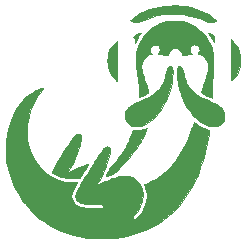
<source format=gtl>
G04 #@! TF.GenerationSoftware,KiCad,Pcbnew,5.1.5+dfsg1-2build2*
G04 #@! TF.CreationDate,2021-04-11T15:19:25-07:00*
G04 #@! TF.ProjectId,back,6261636b-2e6b-4696-9361-645f70636258,rev?*
G04 #@! TF.SameCoordinates,Original*
G04 #@! TF.FileFunction,Copper,L1,Top*
G04 #@! TF.FilePolarity,Positive*
%FSLAX46Y46*%
G04 Gerber Fmt 4.6, Leading zero omitted, Abs format (unit mm)*
G04 Created by KiCad (PCBNEW 5.1.5+dfsg1-2build2) date 2021-04-11 15:19:25*
%MOMM*%
%LPD*%
G04 APERTURE LIST*
%ADD10C,0.010000*%
G04 APERTURE END LIST*
D10*
G36*
X191818848Y-78289872D02*
G01*
X191982766Y-78295700D01*
X192106647Y-78304284D01*
X192566122Y-78364643D01*
X193014353Y-78458037D01*
X193446899Y-78582979D01*
X193859324Y-78737983D01*
X194247188Y-78921561D01*
X194606054Y-79132227D01*
X194634643Y-79151046D01*
X194755704Y-79233989D01*
X194867905Y-79315624D01*
X194966436Y-79392003D01*
X195046485Y-79459172D01*
X195103243Y-79513181D01*
X195131900Y-79550078D01*
X195134066Y-79561298D01*
X195111554Y-79581846D01*
X195060897Y-79610712D01*
X195000512Y-79638415D01*
X194930922Y-79664203D01*
X194864126Y-79680030D01*
X194785816Y-79688119D01*
X194681680Y-79690690D01*
X194663417Y-79690737D01*
X194594594Y-79690757D01*
X194538492Y-79689371D01*
X194488683Y-79684586D01*
X194438739Y-79674407D01*
X194382233Y-79656839D01*
X194312735Y-79629889D01*
X194223819Y-79591560D01*
X194109056Y-79539860D01*
X193964117Y-79473750D01*
X193647935Y-79343478D01*
X193310537Y-79232138D01*
X192946172Y-79138106D01*
X192549087Y-79059755D01*
X192430599Y-79040302D01*
X192286098Y-79022578D01*
X192108430Y-79008782D01*
X191906581Y-78998956D01*
X191689538Y-78993139D01*
X191466288Y-78991373D01*
X191245818Y-78993698D01*
X191037114Y-79000155D01*
X190849164Y-79010785D01*
X190690954Y-79025628D01*
X190641750Y-79032197D01*
X190146199Y-79123444D01*
X189676673Y-79246712D01*
X189234116Y-79401728D01*
X188974675Y-79513207D01*
X188864659Y-79562730D01*
X188758646Y-79608063D01*
X188667117Y-79644882D01*
X188600551Y-79668864D01*
X188588583Y-79672476D01*
X188457403Y-79695367D01*
X188311222Y-79698849D01*
X188172681Y-79682865D01*
X188133500Y-79673587D01*
X188056426Y-79648687D01*
X187979512Y-79617894D01*
X187914831Y-79586668D01*
X187874456Y-79560472D01*
X187868404Y-79553671D01*
X187878366Y-79531661D01*
X187918197Y-79490111D01*
X187982720Y-79433231D01*
X188066762Y-79365231D01*
X188165148Y-79290321D01*
X188272703Y-79212713D01*
X188366333Y-79148527D01*
X188706203Y-78944439D01*
X189078494Y-78763994D01*
X189479677Y-78608479D01*
X189906221Y-78479186D01*
X190354597Y-78377403D01*
X190588833Y-78336767D01*
X190710080Y-78322027D01*
X190864558Y-78309645D01*
X191043224Y-78299813D01*
X191237032Y-78292727D01*
X191436935Y-78288579D01*
X191633889Y-78287563D01*
X191818848Y-78289872D01*
G37*
X191818848Y-78289872D02*
X191982766Y-78295700D01*
X192106647Y-78304284D01*
X192566122Y-78364643D01*
X193014353Y-78458037D01*
X193446899Y-78582979D01*
X193859324Y-78737983D01*
X194247188Y-78921561D01*
X194606054Y-79132227D01*
X194634643Y-79151046D01*
X194755704Y-79233989D01*
X194867905Y-79315624D01*
X194966436Y-79392003D01*
X195046485Y-79459172D01*
X195103243Y-79513181D01*
X195131900Y-79550078D01*
X195134066Y-79561298D01*
X195111554Y-79581846D01*
X195060897Y-79610712D01*
X195000512Y-79638415D01*
X194930922Y-79664203D01*
X194864126Y-79680030D01*
X194785816Y-79688119D01*
X194681680Y-79690690D01*
X194663417Y-79690737D01*
X194594594Y-79690757D01*
X194538492Y-79689371D01*
X194488683Y-79684586D01*
X194438739Y-79674407D01*
X194382233Y-79656839D01*
X194312735Y-79629889D01*
X194223819Y-79591560D01*
X194109056Y-79539860D01*
X193964117Y-79473750D01*
X193647935Y-79343478D01*
X193310537Y-79232138D01*
X192946172Y-79138106D01*
X192549087Y-79059755D01*
X192430599Y-79040302D01*
X192286098Y-79022578D01*
X192108430Y-79008782D01*
X191906581Y-78998956D01*
X191689538Y-78993139D01*
X191466288Y-78991373D01*
X191245818Y-78993698D01*
X191037114Y-79000155D01*
X190849164Y-79010785D01*
X190690954Y-79025628D01*
X190641750Y-79032197D01*
X190146199Y-79123444D01*
X189676673Y-79246712D01*
X189234116Y-79401728D01*
X188974675Y-79513207D01*
X188864659Y-79562730D01*
X188758646Y-79608063D01*
X188667117Y-79644882D01*
X188600551Y-79668864D01*
X188588583Y-79672476D01*
X188457403Y-79695367D01*
X188311222Y-79698849D01*
X188172681Y-79682865D01*
X188133500Y-79673587D01*
X188056426Y-79648687D01*
X187979512Y-79617894D01*
X187914831Y-79586668D01*
X187874456Y-79560472D01*
X187868404Y-79553671D01*
X187878366Y-79531661D01*
X187918197Y-79490111D01*
X187982720Y-79433231D01*
X188066762Y-79365231D01*
X188165148Y-79290321D01*
X188272703Y-79212713D01*
X188366333Y-79148527D01*
X188706203Y-78944439D01*
X189078494Y-78763994D01*
X189479677Y-78608479D01*
X189906221Y-78479186D01*
X190354597Y-78377403D01*
X190588833Y-78336767D01*
X190710080Y-78322027D01*
X190864558Y-78309645D01*
X191043224Y-78299813D01*
X191237032Y-78292727D01*
X191436935Y-78288579D01*
X191633889Y-78287563D01*
X191818848Y-78289872D01*
G36*
X194505622Y-80616085D02*
G01*
X194567628Y-80626483D01*
X194632988Y-80642655D01*
X194689325Y-80662394D01*
X194700823Y-80667765D01*
X194785166Y-80722727D01*
X194866663Y-80796530D01*
X194929500Y-80874213D01*
X194942598Y-80896512D01*
X194960456Y-80941645D01*
X194963957Y-80991430D01*
X194953892Y-81062454D01*
X194951168Y-81076429D01*
X194936130Y-81169433D01*
X194925142Y-81268803D01*
X194922501Y-81308730D01*
X194917417Y-81422543D01*
X194867943Y-81319313D01*
X194817608Y-81222210D01*
X194750849Y-81104341D01*
X194675893Y-80979352D01*
X194600970Y-80860891D01*
X194534307Y-80762604D01*
X194522293Y-80746029D01*
X194480530Y-80687225D01*
X194451246Y-80642050D01*
X194441167Y-80621443D01*
X194459343Y-80613669D01*
X194505622Y-80616085D01*
G37*
X194505622Y-80616085D02*
X194567628Y-80626483D01*
X194632988Y-80642655D01*
X194689325Y-80662394D01*
X194700823Y-80667765D01*
X194785166Y-80722727D01*
X194866663Y-80796530D01*
X194929500Y-80874213D01*
X194942598Y-80896512D01*
X194960456Y-80941645D01*
X194963957Y-80991430D01*
X194953892Y-81062454D01*
X194951168Y-81076429D01*
X194936130Y-81169433D01*
X194925142Y-81268803D01*
X194922501Y-81308730D01*
X194917417Y-81422543D01*
X194867943Y-81319313D01*
X194817608Y-81222210D01*
X194750849Y-81104341D01*
X194675893Y-80979352D01*
X194600970Y-80860891D01*
X194534307Y-80762604D01*
X194522293Y-80746029D01*
X194480530Y-80687225D01*
X194451246Y-80642050D01*
X194441167Y-80621443D01*
X194459343Y-80613669D01*
X194505622Y-80616085D01*
G36*
X188685755Y-80616506D02*
G01*
X188722178Y-80630559D01*
X188723228Y-80659544D01*
X188692183Y-80708011D01*
X188685449Y-80716626D01*
X188623476Y-80801929D01*
X188550979Y-80912611D01*
X188475704Y-81035866D01*
X188405399Y-81158885D01*
X188347810Y-81268860D01*
X188334155Y-81297430D01*
X188266943Y-81442277D01*
X188253367Y-81308013D01*
X188220695Y-81156571D01*
X188177915Y-81052660D01*
X188116038Y-80931570D01*
X188175803Y-80849067D01*
X188271524Y-80747225D01*
X188388723Y-80670096D01*
X188516229Y-80623748D01*
X188610680Y-80612833D01*
X188685755Y-80616506D01*
G37*
X188685755Y-80616506D02*
X188722178Y-80630559D01*
X188723228Y-80659544D01*
X188692183Y-80708011D01*
X188685449Y-80716626D01*
X188623476Y-80801929D01*
X188550979Y-80912611D01*
X188475704Y-81035866D01*
X188405399Y-81158885D01*
X188347810Y-81268860D01*
X188334155Y-81297430D01*
X188266943Y-81442277D01*
X188253367Y-81308013D01*
X188220695Y-81156571D01*
X188177915Y-81052660D01*
X188116038Y-80931570D01*
X188175803Y-80849067D01*
X188271524Y-80747225D01*
X188388723Y-80670096D01*
X188516229Y-80623748D01*
X188610680Y-80612833D01*
X188685755Y-80616506D01*
G36*
X196436125Y-81208710D02*
G01*
X196593546Y-81342089D01*
X196740166Y-81510478D01*
X196871625Y-81707050D01*
X196983566Y-81924974D01*
X197071629Y-82157423D01*
X197096768Y-82243799D01*
X197155020Y-82527464D01*
X197180701Y-82815181D01*
X197174982Y-83101957D01*
X197139029Y-83382801D01*
X197074012Y-83652721D01*
X196981099Y-83906723D01*
X196861459Y-84139817D01*
X196716261Y-84347009D01*
X196567549Y-84504609D01*
X196504121Y-84560643D01*
X196448004Y-84606825D01*
X196410271Y-84634087D01*
X196407517Y-84635650D01*
X196400334Y-84638569D01*
X196394062Y-84637360D01*
X196388640Y-84629370D01*
X196384005Y-84611945D01*
X196380095Y-84582433D01*
X196376850Y-84538180D01*
X196374207Y-84476534D01*
X196372104Y-84394842D01*
X196370480Y-84290450D01*
X196369274Y-84160706D01*
X196368422Y-84002956D01*
X196367865Y-83814548D01*
X196367539Y-83592828D01*
X196367383Y-83335144D01*
X196367336Y-83038842D01*
X196367333Y-82908720D01*
X196367333Y-81160284D01*
X196436125Y-81208710D01*
G37*
X196436125Y-81208710D02*
X196593546Y-81342089D01*
X196740166Y-81510478D01*
X196871625Y-81707050D01*
X196983566Y-81924974D01*
X197071629Y-82157423D01*
X197096768Y-82243799D01*
X197155020Y-82527464D01*
X197180701Y-82815181D01*
X197174982Y-83101957D01*
X197139029Y-83382801D01*
X197074012Y-83652721D01*
X196981099Y-83906723D01*
X196861459Y-84139817D01*
X196716261Y-84347009D01*
X196567549Y-84504609D01*
X196504121Y-84560643D01*
X196448004Y-84606825D01*
X196410271Y-84634087D01*
X196407517Y-84635650D01*
X196400334Y-84638569D01*
X196394062Y-84637360D01*
X196388640Y-84629370D01*
X196384005Y-84611945D01*
X196380095Y-84582433D01*
X196376850Y-84538180D01*
X196374207Y-84476534D01*
X196372104Y-84394842D01*
X196370480Y-84290450D01*
X196369274Y-84160706D01*
X196368422Y-84002956D01*
X196367865Y-83814548D01*
X196367539Y-83592828D01*
X196367383Y-83335144D01*
X196367336Y-83038842D01*
X196367333Y-82908720D01*
X196367333Y-81160284D01*
X196436125Y-81208710D01*
G36*
X186757667Y-82992886D02*
G01*
X186757563Y-83259115D01*
X186757262Y-83512799D01*
X186756779Y-83750799D01*
X186756131Y-83969979D01*
X186755334Y-84167199D01*
X186754402Y-84339322D01*
X186753352Y-84483210D01*
X186752200Y-84595725D01*
X186750961Y-84673730D01*
X186749651Y-84714086D01*
X186748984Y-84719167D01*
X186729162Y-84707078D01*
X186686262Y-84675616D01*
X186637859Y-84638095D01*
X186449181Y-84462474D01*
X186288228Y-84258897D01*
X186155529Y-84031852D01*
X186051616Y-83785827D01*
X185977019Y-83525312D01*
X185932269Y-83254794D01*
X185917896Y-82978761D01*
X185934432Y-82701702D01*
X185982407Y-82428105D01*
X186062352Y-82162459D01*
X186174797Y-81909251D01*
X186292033Y-81713451D01*
X186363034Y-81619032D01*
X186448281Y-81521042D01*
X186538215Y-81429259D01*
X186623277Y-81353462D01*
X186691430Y-81304845D01*
X186757667Y-81266606D01*
X186757667Y-82992886D01*
G37*
X186757667Y-82992886D02*
X186757563Y-83259115D01*
X186757262Y-83512799D01*
X186756779Y-83750799D01*
X186756131Y-83969979D01*
X186755334Y-84167199D01*
X186754402Y-84339322D01*
X186753352Y-84483210D01*
X186752200Y-84595725D01*
X186750961Y-84673730D01*
X186749651Y-84714086D01*
X186748984Y-84719167D01*
X186729162Y-84707078D01*
X186686262Y-84675616D01*
X186637859Y-84638095D01*
X186449181Y-84462474D01*
X186288228Y-84258897D01*
X186155529Y-84031852D01*
X186051616Y-83785827D01*
X185977019Y-83525312D01*
X185932269Y-83254794D01*
X185917896Y-82978761D01*
X185934432Y-82701702D01*
X185982407Y-82428105D01*
X186062352Y-82162459D01*
X186174797Y-81909251D01*
X186292033Y-81713451D01*
X186363034Y-81619032D01*
X186448281Y-81521042D01*
X186538215Y-81429259D01*
X186623277Y-81353462D01*
X186691430Y-81304845D01*
X186757667Y-81266606D01*
X186757667Y-82992886D01*
G36*
X191867702Y-79577146D02*
G01*
X192095353Y-79600180D01*
X192313891Y-79641457D01*
X192538837Y-79703398D01*
X192601892Y-79723716D01*
X192909693Y-79840850D01*
X193191085Y-79981387D01*
X193454124Y-80150344D01*
X193706869Y-80352739D01*
X193892117Y-80527096D01*
X194144699Y-80804355D01*
X194358061Y-81092807D01*
X194534574Y-81395758D01*
X194576327Y-81480691D01*
X194669906Y-81692903D01*
X194746741Y-81901256D01*
X194807460Y-82111055D01*
X194852689Y-82327605D01*
X194883058Y-82556210D01*
X194899191Y-82802176D01*
X194901718Y-83070807D01*
X194891266Y-83367408D01*
X194868461Y-83697284D01*
X194855712Y-83843103D01*
X194834131Y-84094576D01*
X194818391Y-84321265D01*
X194807703Y-84539593D01*
X194801279Y-84765982D01*
X194798327Y-85016854D01*
X194798215Y-85039020D01*
X194796984Y-85209141D01*
X194794952Y-85378624D01*
X194792279Y-85538988D01*
X194789128Y-85681748D01*
X194785658Y-85798423D01*
X194782340Y-85875126D01*
X194769250Y-86110336D01*
X194695167Y-86077357D01*
X194586762Y-86028130D01*
X194466334Y-85971844D01*
X194341703Y-85912325D01*
X194220691Y-85853398D01*
X194111118Y-85798891D01*
X194020807Y-85752628D01*
X193957579Y-85718435D01*
X193939825Y-85707866D01*
X193851234Y-85651695D01*
X193901589Y-85465889D01*
X193924820Y-85382371D01*
X193948907Y-85301268D01*
X193976128Y-85215895D01*
X194008764Y-85119571D01*
X194049096Y-85005613D01*
X194099403Y-84867337D01*
X194161965Y-84698061D01*
X194181661Y-84645083D01*
X194289839Y-84335103D01*
X194371638Y-84055593D01*
X194426993Y-83803863D01*
X194455840Y-83577223D01*
X194458115Y-83372984D01*
X194433753Y-83188455D01*
X194382691Y-83020946D01*
X194304864Y-82867768D01*
X194200209Y-82726231D01*
X194134247Y-82655420D01*
X194019041Y-82554951D01*
X193893779Y-82470835D01*
X193769586Y-82409596D01*
X193661997Y-82378434D01*
X193607697Y-82367792D01*
X193576373Y-82357860D01*
X193573333Y-82354966D01*
X193584742Y-82333698D01*
X193613144Y-82292214D01*
X193623327Y-82278296D01*
X193691291Y-82156435D01*
X193717916Y-82032655D01*
X193703464Y-81910931D01*
X193648200Y-81795239D01*
X193586408Y-81721004D01*
X193483982Y-81642175D01*
X193377319Y-81600699D01*
X193270707Y-81592460D01*
X193168440Y-81613347D01*
X193074808Y-81659245D01*
X192994101Y-81726042D01*
X192930612Y-81809624D01*
X192888631Y-81905877D01*
X192872449Y-82010689D01*
X192886358Y-82119946D01*
X192934649Y-82229534D01*
X192985100Y-82297399D01*
X193020824Y-82340096D01*
X193039125Y-82366037D01*
X193039478Y-82369667D01*
X193006166Y-82373621D01*
X192940148Y-82384375D01*
X192850197Y-82400262D01*
X192745086Y-82419619D01*
X192633588Y-82440780D01*
X192524475Y-82462080D01*
X192426520Y-82481855D01*
X192348496Y-82498438D01*
X192299176Y-82510166D01*
X192299147Y-82510174D01*
X192272025Y-82505789D01*
X192251158Y-82470242D01*
X192240660Y-82436237D01*
X192204642Y-82347020D01*
X192144743Y-82245535D01*
X192068539Y-82140922D01*
X191983606Y-82042322D01*
X191897520Y-81958874D01*
X191817858Y-81899720D01*
X191780673Y-81881283D01*
X191685045Y-81860386D01*
X191580693Y-81861585D01*
X191486362Y-81883743D01*
X191450409Y-81901326D01*
X191387656Y-81948945D01*
X191310694Y-82020043D01*
X191229983Y-82103699D01*
X191155986Y-82188989D01*
X191099163Y-82264992D01*
X191093081Y-82274417D01*
X191053155Y-82346762D01*
X191019678Y-82422036D01*
X191013296Y-82439909D01*
X190989819Y-82493646D01*
X190964931Y-82510436D01*
X190954367Y-82508305D01*
X190924531Y-82500940D01*
X190861608Y-82487902D01*
X190774218Y-82470782D01*
X190670980Y-82451167D01*
X190560511Y-82430650D01*
X190451432Y-82410818D01*
X190352362Y-82393263D01*
X190271919Y-82379574D01*
X190218722Y-82371340D01*
X190202753Y-82369667D01*
X190202886Y-82355840D01*
X190226361Y-82320715D01*
X190245733Y-82297399D01*
X190316692Y-82188186D01*
X190350537Y-82070970D01*
X190349766Y-81952683D01*
X190316877Y-81840253D01*
X190254368Y-81740611D01*
X190164737Y-81660686D01*
X190050481Y-81607410D01*
X189992197Y-81594056D01*
X189877750Y-81595230D01*
X189768512Y-81631618D01*
X189671043Y-81696597D01*
X189591902Y-81783548D01*
X189537649Y-81885849D01*
X189514844Y-81996879D01*
X189520008Y-82070680D01*
X189557579Y-82189131D01*
X189619137Y-82294398D01*
X189639807Y-82319177D01*
X189680663Y-82363937D01*
X189591001Y-82378274D01*
X189460115Y-82417352D01*
X189324053Y-82489986D01*
X189190902Y-82589528D01*
X189068749Y-82709333D01*
X188965680Y-82842754D01*
X188910961Y-82937186D01*
X188849729Y-83076523D01*
X188811859Y-83209138D01*
X188794602Y-83349666D01*
X188795212Y-83512741D01*
X188796934Y-83544417D01*
X188809933Y-83688083D01*
X188832644Y-83834878D01*
X188866726Y-83991224D01*
X188913840Y-84163540D01*
X188975647Y-84358246D01*
X189053806Y-84581763D01*
X189092517Y-84687417D01*
X189174172Y-84911878D01*
X189244161Y-85112680D01*
X189301479Y-85286674D01*
X189345121Y-85430710D01*
X189374081Y-85541640D01*
X189386478Y-85608167D01*
X189386195Y-85627222D01*
X189377272Y-85645837D01*
X189355003Y-85667068D01*
X189314681Y-85693966D01*
X189251602Y-85729585D01*
X189161058Y-85776980D01*
X189038345Y-85839203D01*
X189003201Y-85856875D01*
X188884754Y-85915843D01*
X188778545Y-85967697D01*
X188690576Y-86009589D01*
X188626849Y-86038671D01*
X188593367Y-86052097D01*
X188590451Y-86052674D01*
X188582228Y-86036420D01*
X188576602Y-85986276D01*
X188573500Y-85900181D01*
X188572852Y-85776072D01*
X188574587Y-85611888D01*
X188574779Y-85599881D01*
X188576434Y-85377807D01*
X188573110Y-85178006D01*
X188563920Y-84989461D01*
X188547983Y-84801151D01*
X188524414Y-84602059D01*
X188492330Y-84381167D01*
X188462003Y-84193702D01*
X188408545Y-83856928D01*
X188367067Y-83557672D01*
X188337309Y-83292926D01*
X188319012Y-83059682D01*
X188311916Y-82854933D01*
X188315763Y-82675671D01*
X188322990Y-82581333D01*
X188361866Y-82288636D01*
X188419321Y-82021368D01*
X188499377Y-81765211D01*
X188606056Y-81505841D01*
X188652890Y-81406583D01*
X188821359Y-81105916D01*
X189024592Y-80821609D01*
X189257995Y-80557929D01*
X189516973Y-80319140D01*
X189796932Y-80109511D01*
X190093278Y-79933306D01*
X190379677Y-79803126D01*
X190646730Y-79708657D01*
X190897566Y-79640859D01*
X191146461Y-79597037D01*
X191407692Y-79574498D01*
X191615417Y-79569936D01*
X191867702Y-79577146D01*
G37*
X191867702Y-79577146D02*
X192095353Y-79600180D01*
X192313891Y-79641457D01*
X192538837Y-79703398D01*
X192601892Y-79723716D01*
X192909693Y-79840850D01*
X193191085Y-79981387D01*
X193454124Y-80150344D01*
X193706869Y-80352739D01*
X193892117Y-80527096D01*
X194144699Y-80804355D01*
X194358061Y-81092807D01*
X194534574Y-81395758D01*
X194576327Y-81480691D01*
X194669906Y-81692903D01*
X194746741Y-81901256D01*
X194807460Y-82111055D01*
X194852689Y-82327605D01*
X194883058Y-82556210D01*
X194899191Y-82802176D01*
X194901718Y-83070807D01*
X194891266Y-83367408D01*
X194868461Y-83697284D01*
X194855712Y-83843103D01*
X194834131Y-84094576D01*
X194818391Y-84321265D01*
X194807703Y-84539593D01*
X194801279Y-84765982D01*
X194798327Y-85016854D01*
X194798215Y-85039020D01*
X194796984Y-85209141D01*
X194794952Y-85378624D01*
X194792279Y-85538988D01*
X194789128Y-85681748D01*
X194785658Y-85798423D01*
X194782340Y-85875126D01*
X194769250Y-86110336D01*
X194695167Y-86077357D01*
X194586762Y-86028130D01*
X194466334Y-85971844D01*
X194341703Y-85912325D01*
X194220691Y-85853398D01*
X194111118Y-85798891D01*
X194020807Y-85752628D01*
X193957579Y-85718435D01*
X193939825Y-85707866D01*
X193851234Y-85651695D01*
X193901589Y-85465889D01*
X193924820Y-85382371D01*
X193948907Y-85301268D01*
X193976128Y-85215895D01*
X194008764Y-85119571D01*
X194049096Y-85005613D01*
X194099403Y-84867337D01*
X194161965Y-84698061D01*
X194181661Y-84645083D01*
X194289839Y-84335103D01*
X194371638Y-84055593D01*
X194426993Y-83803863D01*
X194455840Y-83577223D01*
X194458115Y-83372984D01*
X194433753Y-83188455D01*
X194382691Y-83020946D01*
X194304864Y-82867768D01*
X194200209Y-82726231D01*
X194134247Y-82655420D01*
X194019041Y-82554951D01*
X193893779Y-82470835D01*
X193769586Y-82409596D01*
X193661997Y-82378434D01*
X193607697Y-82367792D01*
X193576373Y-82357860D01*
X193573333Y-82354966D01*
X193584742Y-82333698D01*
X193613144Y-82292214D01*
X193623327Y-82278296D01*
X193691291Y-82156435D01*
X193717916Y-82032655D01*
X193703464Y-81910931D01*
X193648200Y-81795239D01*
X193586408Y-81721004D01*
X193483982Y-81642175D01*
X193377319Y-81600699D01*
X193270707Y-81592460D01*
X193168440Y-81613347D01*
X193074808Y-81659245D01*
X192994101Y-81726042D01*
X192930612Y-81809624D01*
X192888631Y-81905877D01*
X192872449Y-82010689D01*
X192886358Y-82119946D01*
X192934649Y-82229534D01*
X192985100Y-82297399D01*
X193020824Y-82340096D01*
X193039125Y-82366037D01*
X193039478Y-82369667D01*
X193006166Y-82373621D01*
X192940148Y-82384375D01*
X192850197Y-82400262D01*
X192745086Y-82419619D01*
X192633588Y-82440780D01*
X192524475Y-82462080D01*
X192426520Y-82481855D01*
X192348496Y-82498438D01*
X192299176Y-82510166D01*
X192299147Y-82510174D01*
X192272025Y-82505789D01*
X192251158Y-82470242D01*
X192240660Y-82436237D01*
X192204642Y-82347020D01*
X192144743Y-82245535D01*
X192068539Y-82140922D01*
X191983606Y-82042322D01*
X191897520Y-81958874D01*
X191817858Y-81899720D01*
X191780673Y-81881283D01*
X191685045Y-81860386D01*
X191580693Y-81861585D01*
X191486362Y-81883743D01*
X191450409Y-81901326D01*
X191387656Y-81948945D01*
X191310694Y-82020043D01*
X191229983Y-82103699D01*
X191155986Y-82188989D01*
X191099163Y-82264992D01*
X191093081Y-82274417D01*
X191053155Y-82346762D01*
X191019678Y-82422036D01*
X191013296Y-82439909D01*
X190989819Y-82493646D01*
X190964931Y-82510436D01*
X190954367Y-82508305D01*
X190924531Y-82500940D01*
X190861608Y-82487902D01*
X190774218Y-82470782D01*
X190670980Y-82451167D01*
X190560511Y-82430650D01*
X190451432Y-82410818D01*
X190352362Y-82393263D01*
X190271919Y-82379574D01*
X190218722Y-82371340D01*
X190202753Y-82369667D01*
X190202886Y-82355840D01*
X190226361Y-82320715D01*
X190245733Y-82297399D01*
X190316692Y-82188186D01*
X190350537Y-82070970D01*
X190349766Y-81952683D01*
X190316877Y-81840253D01*
X190254368Y-81740611D01*
X190164737Y-81660686D01*
X190050481Y-81607410D01*
X189992197Y-81594056D01*
X189877750Y-81595230D01*
X189768512Y-81631618D01*
X189671043Y-81696597D01*
X189591902Y-81783548D01*
X189537649Y-81885849D01*
X189514844Y-81996879D01*
X189520008Y-82070680D01*
X189557579Y-82189131D01*
X189619137Y-82294398D01*
X189639807Y-82319177D01*
X189680663Y-82363937D01*
X189591001Y-82378274D01*
X189460115Y-82417352D01*
X189324053Y-82489986D01*
X189190902Y-82589528D01*
X189068749Y-82709333D01*
X188965680Y-82842754D01*
X188910961Y-82937186D01*
X188849729Y-83076523D01*
X188811859Y-83209138D01*
X188794602Y-83349666D01*
X188795212Y-83512741D01*
X188796934Y-83544417D01*
X188809933Y-83688083D01*
X188832644Y-83834878D01*
X188866726Y-83991224D01*
X188913840Y-84163540D01*
X188975647Y-84358246D01*
X189053806Y-84581763D01*
X189092517Y-84687417D01*
X189174172Y-84911878D01*
X189244161Y-85112680D01*
X189301479Y-85286674D01*
X189345121Y-85430710D01*
X189374081Y-85541640D01*
X189386478Y-85608167D01*
X189386195Y-85627222D01*
X189377272Y-85645837D01*
X189355003Y-85667068D01*
X189314681Y-85693966D01*
X189251602Y-85729585D01*
X189161058Y-85776980D01*
X189038345Y-85839203D01*
X189003201Y-85856875D01*
X188884754Y-85915843D01*
X188778545Y-85967697D01*
X188690576Y-86009589D01*
X188626849Y-86038671D01*
X188593367Y-86052097D01*
X188590451Y-86052674D01*
X188582228Y-86036420D01*
X188576602Y-85986276D01*
X188573500Y-85900181D01*
X188572852Y-85776072D01*
X188574587Y-85611888D01*
X188574779Y-85599881D01*
X188576434Y-85377807D01*
X188573110Y-85178006D01*
X188563920Y-84989461D01*
X188547983Y-84801151D01*
X188524414Y-84602059D01*
X188492330Y-84381167D01*
X188462003Y-84193702D01*
X188408545Y-83856928D01*
X188367067Y-83557672D01*
X188337309Y-83292926D01*
X188319012Y-83059682D01*
X188311916Y-82854933D01*
X188315763Y-82675671D01*
X188322990Y-82581333D01*
X188361866Y-82288636D01*
X188419321Y-82021368D01*
X188499377Y-81765211D01*
X188606056Y-81505841D01*
X188652890Y-81406583D01*
X188821359Y-81105916D01*
X189024592Y-80821609D01*
X189257995Y-80557929D01*
X189516973Y-80319140D01*
X189796932Y-80109511D01*
X190093278Y-79933306D01*
X190379677Y-79803126D01*
X190646730Y-79708657D01*
X190897566Y-79640859D01*
X191146461Y-79597037D01*
X191407692Y-79574498D01*
X191615417Y-79569936D01*
X191867702Y-79577146D01*
G36*
X192045220Y-83418891D02*
G01*
X192124687Y-83466490D01*
X192207725Y-83556054D01*
X192228475Y-83584162D01*
X192276696Y-83664049D01*
X192319763Y-83762901D01*
X192359445Y-83886340D01*
X192397513Y-84039986D01*
X192435736Y-84229461D01*
X192441479Y-84260698D01*
X192485603Y-84471454D01*
X192537149Y-84651386D01*
X192600397Y-84811890D01*
X192679626Y-84964357D01*
X192745636Y-85070507D01*
X192885783Y-85262321D01*
X193047073Y-85442797D01*
X193232396Y-85613941D01*
X193444646Y-85777758D01*
X193686716Y-85936252D01*
X193961496Y-86091429D01*
X194271881Y-86245293D01*
X194620761Y-86399850D01*
X194726917Y-86444007D01*
X194898541Y-86515755D01*
X195037083Y-86577242D01*
X195149336Y-86632420D01*
X195242096Y-86685240D01*
X195322155Y-86739654D01*
X195396308Y-86799612D01*
X195471350Y-86869066D01*
X195491107Y-86888437D01*
X195585813Y-86987265D01*
X195656441Y-87074921D01*
X195713228Y-87165025D01*
X195745107Y-87226319D01*
X195780541Y-87300102D01*
X195804021Y-87357371D01*
X195818006Y-87410432D01*
X195824955Y-87471592D01*
X195827328Y-87553159D01*
X195827583Y-87639069D01*
X195826811Y-87747451D01*
X195823207Y-87825044D01*
X195814841Y-87883383D01*
X195799780Y-87934005D01*
X195776094Y-87988443D01*
X195765383Y-88010583D01*
X195666278Y-88166094D01*
X195535543Y-88297575D01*
X195379156Y-88400434D01*
X195203094Y-88470079D01*
X195150250Y-88483184D01*
X194951633Y-88512293D01*
X194753686Y-88515892D01*
X194655537Y-88507029D01*
X194410524Y-88453476D01*
X194163254Y-88359605D01*
X193915965Y-88227193D01*
X193670895Y-88058016D01*
X193430282Y-87853850D01*
X193196363Y-87616472D01*
X192971376Y-87347657D01*
X192757560Y-87049183D01*
X192692743Y-86949089D01*
X192610861Y-86810879D01*
X192520452Y-86643611D01*
X192426798Y-86458245D01*
X192335179Y-86265741D01*
X192250878Y-86077059D01*
X192179177Y-85903158D01*
X192145472Y-85813465D01*
X191998797Y-85345369D01*
X191891491Y-84870341D01*
X191824495Y-84393179D01*
X191802134Y-84061783D01*
X191797860Y-83884395D01*
X191800168Y-83743991D01*
X191809814Y-83635627D01*
X191827551Y-83554357D01*
X191854135Y-83495234D01*
X191890318Y-83453315D01*
X191895586Y-83449013D01*
X191968971Y-83413113D01*
X192045220Y-83418891D01*
G37*
X192045220Y-83418891D02*
X192124687Y-83466490D01*
X192207725Y-83556054D01*
X192228475Y-83584162D01*
X192276696Y-83664049D01*
X192319763Y-83762901D01*
X192359445Y-83886340D01*
X192397513Y-84039986D01*
X192435736Y-84229461D01*
X192441479Y-84260698D01*
X192485603Y-84471454D01*
X192537149Y-84651386D01*
X192600397Y-84811890D01*
X192679626Y-84964357D01*
X192745636Y-85070507D01*
X192885783Y-85262321D01*
X193047073Y-85442797D01*
X193232396Y-85613941D01*
X193444646Y-85777758D01*
X193686716Y-85936252D01*
X193961496Y-86091429D01*
X194271881Y-86245293D01*
X194620761Y-86399850D01*
X194726917Y-86444007D01*
X194898541Y-86515755D01*
X195037083Y-86577242D01*
X195149336Y-86632420D01*
X195242096Y-86685240D01*
X195322155Y-86739654D01*
X195396308Y-86799612D01*
X195471350Y-86869066D01*
X195491107Y-86888437D01*
X195585813Y-86987265D01*
X195656441Y-87074921D01*
X195713228Y-87165025D01*
X195745107Y-87226319D01*
X195780541Y-87300102D01*
X195804021Y-87357371D01*
X195818006Y-87410432D01*
X195824955Y-87471592D01*
X195827328Y-87553159D01*
X195827583Y-87639069D01*
X195826811Y-87747451D01*
X195823207Y-87825044D01*
X195814841Y-87883383D01*
X195799780Y-87934005D01*
X195776094Y-87988443D01*
X195765383Y-88010583D01*
X195666278Y-88166094D01*
X195535543Y-88297575D01*
X195379156Y-88400434D01*
X195203094Y-88470079D01*
X195150250Y-88483184D01*
X194951633Y-88512293D01*
X194753686Y-88515892D01*
X194655537Y-88507029D01*
X194410524Y-88453476D01*
X194163254Y-88359605D01*
X193915965Y-88227193D01*
X193670895Y-88058016D01*
X193430282Y-87853850D01*
X193196363Y-87616472D01*
X192971376Y-87347657D01*
X192757560Y-87049183D01*
X192692743Y-86949089D01*
X192610861Y-86810879D01*
X192520452Y-86643611D01*
X192426798Y-86458245D01*
X192335179Y-86265741D01*
X192250878Y-86077059D01*
X192179177Y-85903158D01*
X192145472Y-85813465D01*
X191998797Y-85345369D01*
X191891491Y-84870341D01*
X191824495Y-84393179D01*
X191802134Y-84061783D01*
X191797860Y-83884395D01*
X191800168Y-83743991D01*
X191809814Y-83635627D01*
X191827551Y-83554357D01*
X191854135Y-83495234D01*
X191890318Y-83453315D01*
X191895586Y-83449013D01*
X191968971Y-83413113D01*
X192045220Y-83418891D01*
G36*
X191315195Y-83435072D02*
G01*
X191334563Y-83448475D01*
X191372089Y-83486707D01*
X191399514Y-83537956D01*
X191418183Y-83608580D01*
X191429439Y-83704935D01*
X191434625Y-83833378D01*
X191435382Y-83925546D01*
X191416129Y-84351428D01*
X191359285Y-84786437D01*
X191266762Y-85224482D01*
X191140470Y-85659468D01*
X190982321Y-86085304D01*
X190794225Y-86495895D01*
X190578096Y-86885149D01*
X190439507Y-87100417D01*
X190224006Y-87394303D01*
X189999214Y-87656924D01*
X189767075Y-87887062D01*
X189529532Y-88083495D01*
X189288527Y-88245003D01*
X189046005Y-88370368D01*
X188803908Y-88458368D01*
X188564179Y-88507785D01*
X188328762Y-88517397D01*
X188201789Y-88505271D01*
X187996152Y-88457677D01*
X187817381Y-88380066D01*
X187667444Y-88274433D01*
X187548311Y-88142773D01*
X187461948Y-87987079D01*
X187410325Y-87809347D01*
X187396655Y-87689455D01*
X187404516Y-87494410D01*
X187450303Y-87311008D01*
X187535364Y-87135857D01*
X187661045Y-86965565D01*
X187702111Y-86919987D01*
X187780014Y-86843682D01*
X187867438Y-86772974D01*
X187970026Y-86704553D01*
X188093423Y-86635110D01*
X188243273Y-86561334D01*
X188425218Y-86479916D01*
X188525083Y-86437370D01*
X188866025Y-86288445D01*
X189168532Y-86144140D01*
X189435934Y-86002156D01*
X189671560Y-85860193D01*
X189878739Y-85715953D01*
X190060802Y-85567135D01*
X190221077Y-85411442D01*
X190362894Y-85246572D01*
X190476737Y-85089583D01*
X190547839Y-84979124D01*
X190605871Y-84877079D01*
X190653873Y-84775190D01*
X190694887Y-84665199D01*
X190731955Y-84538845D01*
X190768118Y-84387871D01*
X190806418Y-84204018D01*
X190810545Y-84183193D01*
X190852258Y-83990395D01*
X190894745Y-83834306D01*
X190940209Y-83709322D01*
X190990854Y-83609842D01*
X191048881Y-83530265D01*
X191080300Y-83497204D01*
X191163864Y-83434768D01*
X191242308Y-83414029D01*
X191315195Y-83435072D01*
G37*
X191315195Y-83435072D02*
X191334563Y-83448475D01*
X191372089Y-83486707D01*
X191399514Y-83537956D01*
X191418183Y-83608580D01*
X191429439Y-83704935D01*
X191434625Y-83833378D01*
X191435382Y-83925546D01*
X191416129Y-84351428D01*
X191359285Y-84786437D01*
X191266762Y-85224482D01*
X191140470Y-85659468D01*
X190982321Y-86085304D01*
X190794225Y-86495895D01*
X190578096Y-86885149D01*
X190439507Y-87100417D01*
X190224006Y-87394303D01*
X189999214Y-87656924D01*
X189767075Y-87887062D01*
X189529532Y-88083495D01*
X189288527Y-88245003D01*
X189046005Y-88370368D01*
X188803908Y-88458368D01*
X188564179Y-88507785D01*
X188328762Y-88517397D01*
X188201789Y-88505271D01*
X187996152Y-88457677D01*
X187817381Y-88380066D01*
X187667444Y-88274433D01*
X187548311Y-88142773D01*
X187461948Y-87987079D01*
X187410325Y-87809347D01*
X187396655Y-87689455D01*
X187404516Y-87494410D01*
X187450303Y-87311008D01*
X187535364Y-87135857D01*
X187661045Y-86965565D01*
X187702111Y-86919987D01*
X187780014Y-86843682D01*
X187867438Y-86772974D01*
X187970026Y-86704553D01*
X188093423Y-86635110D01*
X188243273Y-86561334D01*
X188425218Y-86479916D01*
X188525083Y-86437370D01*
X188866025Y-86288445D01*
X189168532Y-86144140D01*
X189435934Y-86002156D01*
X189671560Y-85860193D01*
X189878739Y-85715953D01*
X190060802Y-85567135D01*
X190221077Y-85411442D01*
X190362894Y-85246572D01*
X190476737Y-85089583D01*
X190547839Y-84979124D01*
X190605871Y-84877079D01*
X190653873Y-84775190D01*
X190694887Y-84665199D01*
X190731955Y-84538845D01*
X190768118Y-84387871D01*
X190806418Y-84204018D01*
X190810545Y-84183193D01*
X190852258Y-83990395D01*
X190894745Y-83834306D01*
X190940209Y-83709322D01*
X190990854Y-83609842D01*
X191048881Y-83530265D01*
X191080300Y-83497204D01*
X191163864Y-83434768D01*
X191242308Y-83414029D01*
X191315195Y-83435072D01*
G36*
X189247590Y-88662534D02*
G01*
X189245263Y-88686776D01*
X189227876Y-88743027D01*
X189198091Y-88824853D01*
X189158570Y-88925818D01*
X189111977Y-89039488D01*
X189060973Y-89159427D01*
X189008222Y-89279200D01*
X188956387Y-89392374D01*
X188908130Y-89492511D01*
X188886746Y-89534583D01*
X188774856Y-89742758D01*
X188659546Y-89942106D01*
X188537823Y-90136514D01*
X188406696Y-90329867D01*
X188263174Y-90526050D01*
X188104263Y-90728949D01*
X187926974Y-90942451D01*
X187728313Y-91170439D01*
X187505290Y-91416800D01*
X187254912Y-91685420D01*
X187125848Y-91821607D01*
X187005181Y-91948492D01*
X186890003Y-92069860D01*
X186784587Y-92181190D01*
X186693205Y-92277960D01*
X186620129Y-92355649D01*
X186569633Y-92409736D01*
X186552928Y-92427900D01*
X186516143Y-92466207D01*
X186479392Y-92497034D01*
X186434935Y-92524359D01*
X186375030Y-92552162D01*
X186291934Y-92584421D01*
X186177905Y-92625116D01*
X186150762Y-92634598D01*
X186017331Y-92681099D01*
X185918644Y-92715297D01*
X185849462Y-92738800D01*
X185804547Y-92753221D01*
X185778662Y-92760168D01*
X185766568Y-92761253D01*
X185763027Y-92758085D01*
X185762833Y-92753857D01*
X185771648Y-92729631D01*
X185794939Y-92678079D01*
X185827976Y-92609599D01*
X185833769Y-92597930D01*
X185870060Y-92522012D01*
X185916583Y-92420234D01*
X185967374Y-92305847D01*
X186016468Y-92192102D01*
X186016935Y-92191000D01*
X186129167Y-91926417D01*
X186438125Y-91608707D01*
X186696193Y-91333420D01*
X186921952Y-91070159D01*
X187120666Y-90811444D01*
X187297597Y-90549793D01*
X187458008Y-90277726D01*
X187607162Y-89987761D01*
X187665078Y-89864591D01*
X187721414Y-89736376D01*
X187784577Y-89583632D01*
X187849857Y-89418553D01*
X187912548Y-89253336D01*
X187967940Y-89100175D01*
X188011325Y-88971267D01*
X188017211Y-88952500D01*
X188053222Y-88836083D01*
X188373819Y-88835845D01*
X188533956Y-88833515D01*
X188664635Y-88825276D01*
X188778576Y-88808851D01*
X188888499Y-88781965D01*
X189007122Y-88742343D01*
X189103357Y-88705330D01*
X189171822Y-88680057D01*
X189223541Y-88664669D01*
X189247487Y-88662439D01*
X189247590Y-88662534D01*
G37*
X189247590Y-88662534D02*
X189245263Y-88686776D01*
X189227876Y-88743027D01*
X189198091Y-88824853D01*
X189158570Y-88925818D01*
X189111977Y-89039488D01*
X189060973Y-89159427D01*
X189008222Y-89279200D01*
X188956387Y-89392374D01*
X188908130Y-89492511D01*
X188886746Y-89534583D01*
X188774856Y-89742758D01*
X188659546Y-89942106D01*
X188537823Y-90136514D01*
X188406696Y-90329867D01*
X188263174Y-90526050D01*
X188104263Y-90728949D01*
X187926974Y-90942451D01*
X187728313Y-91170439D01*
X187505290Y-91416800D01*
X187254912Y-91685420D01*
X187125848Y-91821607D01*
X187005181Y-91948492D01*
X186890003Y-92069860D01*
X186784587Y-92181190D01*
X186693205Y-92277960D01*
X186620129Y-92355649D01*
X186569633Y-92409736D01*
X186552928Y-92427900D01*
X186516143Y-92466207D01*
X186479392Y-92497034D01*
X186434935Y-92524359D01*
X186375030Y-92552162D01*
X186291934Y-92584421D01*
X186177905Y-92625116D01*
X186150762Y-92634598D01*
X186017331Y-92681099D01*
X185918644Y-92715297D01*
X185849462Y-92738800D01*
X185804547Y-92753221D01*
X185778662Y-92760168D01*
X185766568Y-92761253D01*
X185763027Y-92758085D01*
X185762833Y-92753857D01*
X185771648Y-92729631D01*
X185794939Y-92678079D01*
X185827976Y-92609599D01*
X185833769Y-92597930D01*
X185870060Y-92522012D01*
X185916583Y-92420234D01*
X185967374Y-92305847D01*
X186016468Y-92192102D01*
X186016935Y-92191000D01*
X186129167Y-91926417D01*
X186438125Y-91608707D01*
X186696193Y-91333420D01*
X186921952Y-91070159D01*
X187120666Y-90811444D01*
X187297597Y-90549793D01*
X187458008Y-90277726D01*
X187607162Y-89987761D01*
X187665078Y-89864591D01*
X187721414Y-89736376D01*
X187784577Y-89583632D01*
X187849857Y-89418553D01*
X187912548Y-89253336D01*
X187967940Y-89100175D01*
X188011325Y-88971267D01*
X188017211Y-88952500D01*
X188053222Y-88836083D01*
X188373819Y-88835845D01*
X188533956Y-88833515D01*
X188664635Y-88825276D01*
X188778576Y-88808851D01*
X188888499Y-88781965D01*
X189007122Y-88742343D01*
X189103357Y-88705330D01*
X189171822Y-88680057D01*
X189223541Y-88664669D01*
X189247487Y-88662439D01*
X189247590Y-88662534D01*
G36*
X183575122Y-89181097D02*
G01*
X183616365Y-89217695D01*
X183663761Y-89278275D01*
X183692402Y-89344565D01*
X183703637Y-89425413D01*
X183698814Y-89529669D01*
X183682145Y-89649106D01*
X183632924Y-89885934D01*
X183559340Y-90151756D01*
X183463118Y-90442224D01*
X183345984Y-90752994D01*
X183209664Y-91079719D01*
X183055883Y-91418053D01*
X182886366Y-91763652D01*
X182707453Y-92103698D01*
X182656852Y-92198196D01*
X182615301Y-92278680D01*
X182586221Y-92338295D01*
X182573034Y-92370184D01*
X182572823Y-92373545D01*
X182593642Y-92367739D01*
X182646370Y-92346696D01*
X182724585Y-92313154D01*
X182821870Y-92269852D01*
X182907069Y-92230965D01*
X183215723Y-92092713D01*
X183499645Y-91973865D01*
X183755694Y-91875667D01*
X183980728Y-91799362D01*
X184046922Y-91779409D01*
X184142031Y-91752466D01*
X184221151Y-91731396D01*
X184276158Y-91718269D01*
X184298925Y-91715152D01*
X184299007Y-91715217D01*
X184290093Y-91734225D01*
X184261382Y-91784693D01*
X184215529Y-91862195D01*
X184155192Y-91962303D01*
X184083026Y-92080590D01*
X184001687Y-92212629D01*
X183966862Y-92268813D01*
X183881352Y-92406543D01*
X183802610Y-92533405D01*
X183733535Y-92644726D01*
X183677027Y-92735830D01*
X183635984Y-92802045D01*
X183613308Y-92838697D01*
X183610157Y-92843822D01*
X183578938Y-92861923D01*
X183512557Y-92878932D01*
X183418183Y-92894313D01*
X183302983Y-92907531D01*
X183174125Y-92918050D01*
X183038778Y-92925334D01*
X182904109Y-92928847D01*
X182777286Y-92928053D01*
X182665478Y-92922417D01*
X182619583Y-92917874D01*
X182418942Y-92887656D01*
X182211558Y-92845579D01*
X182017234Y-92795897D01*
X181934880Y-92770751D01*
X181846134Y-92738664D01*
X181740789Y-92695618D01*
X181626589Y-92645344D01*
X181511278Y-92591574D01*
X181402599Y-92538038D01*
X181308296Y-92488467D01*
X181236113Y-92446593D01*
X181193794Y-92416146D01*
X181189455Y-92411589D01*
X181190034Y-92391512D01*
X181206688Y-92347987D01*
X181240080Y-92279901D01*
X181290870Y-92186146D01*
X181359720Y-92065611D01*
X181447290Y-91917186D01*
X181554241Y-91739760D01*
X181681236Y-91532224D01*
X181828934Y-91293466D01*
X181997998Y-91022378D01*
X182189088Y-90717847D01*
X182352457Y-90458598D01*
X182505573Y-90216846D01*
X182638790Y-90008626D01*
X182754105Y-89831238D01*
X182853513Y-89681984D01*
X182939014Y-89558165D01*
X183012603Y-89457081D01*
X183076278Y-89376033D01*
X183132035Y-89312323D01*
X183181872Y-89263252D01*
X183227786Y-89226120D01*
X183271774Y-89198229D01*
X183293277Y-89187095D01*
X183402557Y-89147852D01*
X183495062Y-89145716D01*
X183575122Y-89181097D01*
G37*
X183575122Y-89181097D02*
X183616365Y-89217695D01*
X183663761Y-89278275D01*
X183692402Y-89344565D01*
X183703637Y-89425413D01*
X183698814Y-89529669D01*
X183682145Y-89649106D01*
X183632924Y-89885934D01*
X183559340Y-90151756D01*
X183463118Y-90442224D01*
X183345984Y-90752994D01*
X183209664Y-91079719D01*
X183055883Y-91418053D01*
X182886366Y-91763652D01*
X182707453Y-92103698D01*
X182656852Y-92198196D01*
X182615301Y-92278680D01*
X182586221Y-92338295D01*
X182573034Y-92370184D01*
X182572823Y-92373545D01*
X182593642Y-92367739D01*
X182646370Y-92346696D01*
X182724585Y-92313154D01*
X182821870Y-92269852D01*
X182907069Y-92230965D01*
X183215723Y-92092713D01*
X183499645Y-91973865D01*
X183755694Y-91875667D01*
X183980728Y-91799362D01*
X184046922Y-91779409D01*
X184142031Y-91752466D01*
X184221151Y-91731396D01*
X184276158Y-91718269D01*
X184298925Y-91715152D01*
X184299007Y-91715217D01*
X184290093Y-91734225D01*
X184261382Y-91784693D01*
X184215529Y-91862195D01*
X184155192Y-91962303D01*
X184083026Y-92080590D01*
X184001687Y-92212629D01*
X183966862Y-92268813D01*
X183881352Y-92406543D01*
X183802610Y-92533405D01*
X183733535Y-92644726D01*
X183677027Y-92735830D01*
X183635984Y-92802045D01*
X183613308Y-92838697D01*
X183610157Y-92843822D01*
X183578938Y-92861923D01*
X183512557Y-92878932D01*
X183418183Y-92894313D01*
X183302983Y-92907531D01*
X183174125Y-92918050D01*
X183038778Y-92925334D01*
X182904109Y-92928847D01*
X182777286Y-92928053D01*
X182665478Y-92922417D01*
X182619583Y-92917874D01*
X182418942Y-92887656D01*
X182211558Y-92845579D01*
X182017234Y-92795897D01*
X181934880Y-92770751D01*
X181846134Y-92738664D01*
X181740789Y-92695618D01*
X181626589Y-92645344D01*
X181511278Y-92591574D01*
X181402599Y-92538038D01*
X181308296Y-92488467D01*
X181236113Y-92446593D01*
X181193794Y-92416146D01*
X181189455Y-92411589D01*
X181190034Y-92391512D01*
X181206688Y-92347987D01*
X181240080Y-92279901D01*
X181290870Y-92186146D01*
X181359720Y-92065611D01*
X181447290Y-91917186D01*
X181554241Y-91739760D01*
X181681236Y-91532224D01*
X181828934Y-91293466D01*
X181997998Y-91022378D01*
X182189088Y-90717847D01*
X182352457Y-90458598D01*
X182505573Y-90216846D01*
X182638790Y-90008626D01*
X182754105Y-89831238D01*
X182853513Y-89681984D01*
X182939014Y-89558165D01*
X183012603Y-89457081D01*
X183076278Y-89376033D01*
X183132035Y-89312323D01*
X183181872Y-89263252D01*
X183227786Y-89226120D01*
X183271774Y-89198229D01*
X183293277Y-89187095D01*
X183402557Y-89147852D01*
X183495062Y-89145716D01*
X183575122Y-89181097D01*
G36*
X180474356Y-85259628D02*
G01*
X180481727Y-85293511D01*
X180453299Y-85349978D01*
X180389072Y-85429026D01*
X180385047Y-85433433D01*
X180179312Y-85681817D01*
X179982973Y-85966692D01*
X179798984Y-86282712D01*
X179630299Y-86624527D01*
X179479871Y-86986791D01*
X179394370Y-87227417D01*
X179276287Y-87617327D01*
X179187725Y-87991579D01*
X179126411Y-88362467D01*
X179090071Y-88742282D01*
X179081211Y-88920750D01*
X179079900Y-89295605D01*
X179105598Y-89646220D01*
X179160177Y-89979839D01*
X179245512Y-90303707D01*
X179363473Y-90625069D01*
X179515934Y-90951169D01*
X179684859Y-91255818D01*
X179923246Y-91623001D01*
X180182748Y-91954885D01*
X180462712Y-92250907D01*
X180762490Y-92510507D01*
X181081431Y-92733121D01*
X181418885Y-92918189D01*
X181774201Y-93065149D01*
X181782418Y-93068021D01*
X182057514Y-93148970D01*
X182352864Y-93209331D01*
X182654623Y-93247247D01*
X182948943Y-93260862D01*
X183164625Y-93253404D01*
X183252134Y-93247260D01*
X183321236Y-93243368D01*
X183362902Y-93242181D01*
X183371000Y-93243036D01*
X183361314Y-93262311D01*
X183334197Y-93313318D01*
X183292557Y-93390665D01*
X183239302Y-93488956D01*
X183177342Y-93602799D01*
X183148142Y-93656298D01*
X183080300Y-93782646D01*
X183017796Y-93903103D01*
X182964202Y-94010463D01*
X182923092Y-94097518D01*
X182898038Y-94157059D01*
X182894142Y-94168633D01*
X182863972Y-94341659D01*
X182873301Y-94518307D01*
X182920297Y-94693032D01*
X183003130Y-94860285D01*
X183119971Y-95014519D01*
X183198992Y-95092617D01*
X183283684Y-95162133D01*
X183372965Y-95221730D01*
X183470785Y-95272230D01*
X183581093Y-95314454D01*
X183707840Y-95349225D01*
X183854976Y-95377365D01*
X184026450Y-95399697D01*
X184226214Y-95417042D01*
X184458216Y-95430224D01*
X184726408Y-95440063D01*
X184888463Y-95444295D01*
X185070190Y-95448138D01*
X185214262Y-95449778D01*
X185325334Y-95448458D01*
X185408061Y-95443423D01*
X185467096Y-95433917D01*
X185507093Y-95419183D01*
X185532708Y-95398467D01*
X185548593Y-95371010D01*
X185559404Y-95336059D01*
X185559599Y-95335283D01*
X185559158Y-95271545D01*
X185534036Y-95207811D01*
X185492522Y-95160038D01*
X185460823Y-95145135D01*
X185425694Y-95141498D01*
X185355556Y-95137126D01*
X185257720Y-95132372D01*
X185139495Y-95127585D01*
X185008193Y-95123117D01*
X184990250Y-95122569D01*
X184751161Y-95113966D01*
X184523086Y-95103056D01*
X184312405Y-95090267D01*
X184125499Y-95076029D01*
X183968748Y-95060771D01*
X183857833Y-95046383D01*
X183684647Y-95002793D01*
X183531361Y-94930755D01*
X183402131Y-94834337D01*
X183301114Y-94717606D01*
X183232466Y-94584631D01*
X183200343Y-94439478D01*
X183198498Y-94401156D01*
X183199329Y-94349572D01*
X183205293Y-94302934D01*
X183219341Y-94252921D01*
X183244424Y-94191215D01*
X183283493Y-94109494D01*
X183339500Y-93999438D01*
X183344282Y-93990167D01*
X183445121Y-93800764D01*
X183568405Y-93579637D01*
X183712365Y-93329785D01*
X183875231Y-93054210D01*
X184055235Y-92755911D01*
X184250607Y-92437888D01*
X184417691Y-92169833D01*
X184598836Y-91881075D01*
X184759075Y-91625953D01*
X184899953Y-91402210D01*
X185023012Y-91207591D01*
X185129798Y-91039841D01*
X185221852Y-90896705D01*
X185300721Y-90775927D01*
X185367946Y-90675251D01*
X185425072Y-90592423D01*
X185473643Y-90525187D01*
X185515202Y-90471287D01*
X185551294Y-90428468D01*
X185583462Y-90394475D01*
X185613249Y-90367052D01*
X185642201Y-90343943D01*
X185671860Y-90322894D01*
X185690385Y-90310482D01*
X185806351Y-90249775D01*
X185910377Y-90228370D01*
X186000944Y-90246045D01*
X186076530Y-90302575D01*
X186124411Y-90374086D01*
X186149008Y-90429829D01*
X186160546Y-90483104D01*
X186161225Y-90550332D01*
X186156497Y-90613597D01*
X186129691Y-90798381D01*
X186080858Y-91013757D01*
X186011712Y-91255266D01*
X185923961Y-91518447D01*
X185819319Y-91798841D01*
X185699495Y-92091986D01*
X185566201Y-92393422D01*
X185421147Y-92698691D01*
X185266045Y-93003331D01*
X185174130Y-93174377D01*
X185121886Y-93271100D01*
X185078605Y-93353945D01*
X185047656Y-93416243D01*
X185032408Y-93451323D01*
X185031600Y-93456489D01*
X185052256Y-93450401D01*
X185105791Y-93429022D01*
X185186619Y-93394738D01*
X185289154Y-93349941D01*
X185407812Y-93297019D01*
X185468328Y-93269670D01*
X185769396Y-93136709D01*
X186040183Y-93025358D01*
X186285859Y-92934087D01*
X186511596Y-92861371D01*
X186722562Y-92805681D01*
X186923929Y-92765490D01*
X187120866Y-92739269D01*
X187308667Y-92725903D01*
X187522713Y-92724602D01*
X187709366Y-92742078D01*
X187880142Y-92780427D01*
X188046556Y-92841745D01*
X188112333Y-92872129D01*
X188294609Y-92983550D01*
X188457223Y-93128846D01*
X188598240Y-93303449D01*
X188715720Y-93502789D01*
X188807727Y-93722298D01*
X188872322Y-93957405D01*
X188907570Y-94203542D01*
X188911531Y-94456139D01*
X188885133Y-94694617D01*
X188820977Y-94955290D01*
X188720227Y-95220970D01*
X188586708Y-95484093D01*
X188424251Y-95737095D01*
X188240848Y-95967707D01*
X188165542Y-96057325D01*
X188119078Y-96125661D01*
X188098707Y-96179616D01*
X188101680Y-96226088D01*
X188121703Y-96266701D01*
X188181849Y-96330169D01*
X188251182Y-96354006D01*
X188323558Y-96337989D01*
X188381508Y-96296876D01*
X188455007Y-96224750D01*
X188539401Y-96127800D01*
X188630033Y-96012213D01*
X188722249Y-95884178D01*
X188811394Y-95749882D01*
X188892811Y-95615514D01*
X188958411Y-95494128D01*
X189090045Y-95190091D01*
X189181230Y-94883444D01*
X189231792Y-94576380D01*
X189241560Y-94271090D01*
X189210360Y-93969769D01*
X189138022Y-93674607D01*
X189108242Y-93587506D01*
X189049184Y-93425683D01*
X189189300Y-93365678D01*
X189264843Y-93331498D01*
X189364306Y-93283936D01*
X189474251Y-93229525D01*
X189572248Y-93179482D01*
X189992661Y-92943050D01*
X190386565Y-92683834D01*
X190755214Y-92400207D01*
X191099864Y-92090545D01*
X191421771Y-91753223D01*
X191722191Y-91386615D01*
X192002379Y-90989098D01*
X192263591Y-90559047D01*
X192507083Y-90094835D01*
X192734110Y-89594840D01*
X192945928Y-89057434D01*
X193100540Y-88613833D01*
X193142186Y-88487857D01*
X193179570Y-88374778D01*
X193210558Y-88281052D01*
X193233013Y-88213136D01*
X193244803Y-88177487D01*
X193245775Y-88174549D01*
X193265359Y-88174290D01*
X193312175Y-88200836D01*
X193382627Y-88251981D01*
X193419240Y-88280944D01*
X193630762Y-88436067D01*
X193854742Y-88571852D01*
X194081221Y-88683028D01*
X194300240Y-88764328D01*
X194369945Y-88783898D01*
X194447303Y-88804405D01*
X194507094Y-88821611D01*
X194538883Y-88832475D01*
X194541250Y-88833861D01*
X194540833Y-88856469D01*
X194534354Y-88913624D01*
X194522780Y-88998126D01*
X194507074Y-89102776D01*
X194495174Y-89177771D01*
X194357242Y-89934587D01*
X194193939Y-90657878D01*
X194005295Y-91347598D01*
X193791341Y-92003699D01*
X193552108Y-92626137D01*
X193287628Y-93214863D01*
X192997931Y-93769831D01*
X192683047Y-94290996D01*
X192343008Y-94778310D01*
X191977845Y-95231727D01*
X191587588Y-95651200D01*
X191172269Y-96036684D01*
X190731917Y-96388131D01*
X190266565Y-96705495D01*
X189776243Y-96988729D01*
X189260982Y-97237788D01*
X189096583Y-97307887D01*
X188621663Y-97487003D01*
X188127820Y-97638995D01*
X187610848Y-97764894D01*
X187066541Y-97865733D01*
X186524833Y-97938748D01*
X186435033Y-97946567D01*
X186311321Y-97954047D01*
X186160410Y-97961049D01*
X185989013Y-97967432D01*
X185803843Y-97973056D01*
X185611614Y-97977781D01*
X185419037Y-97981466D01*
X185232828Y-97983970D01*
X185059697Y-97985155D01*
X184906359Y-97984879D01*
X184779527Y-97983002D01*
X184685913Y-97979383D01*
X184662167Y-97977673D01*
X184231174Y-97934243D01*
X183833645Y-97880656D01*
X183461599Y-97815400D01*
X183107058Y-97736961D01*
X182762043Y-97643823D01*
X182539854Y-97574926D01*
X182002704Y-97378458D01*
X181486915Y-97145915D01*
X180993654Y-96878132D01*
X180524088Y-96575942D01*
X180079386Y-96240180D01*
X179660714Y-95871678D01*
X179269241Y-95471272D01*
X178906133Y-95039795D01*
X178804912Y-94907108D01*
X178477640Y-94434014D01*
X178188338Y-93943634D01*
X177937587Y-93437348D01*
X177725967Y-92916538D01*
X177554060Y-92382584D01*
X177422444Y-91836867D01*
X177356403Y-91460750D01*
X177346877Y-91370745D01*
X177339260Y-91245790D01*
X177333553Y-91093224D01*
X177329759Y-90920389D01*
X177327879Y-90734624D01*
X177327914Y-90543269D01*
X177329868Y-90353664D01*
X177333740Y-90173150D01*
X177339534Y-90009066D01*
X177347251Y-89868753D01*
X177356000Y-89767417D01*
X177429054Y-89241200D01*
X177528722Y-88746611D01*
X177655763Y-88281756D01*
X177810938Y-87844742D01*
X177995003Y-87433676D01*
X178208719Y-87046665D01*
X178452845Y-86681816D01*
X178728140Y-86337235D01*
X178734149Y-86330331D01*
X178893629Y-86163410D01*
X179082444Y-85992140D01*
X179289601Y-85825044D01*
X179504106Y-85670647D01*
X179714966Y-85537471D01*
X179855179Y-85461105D01*
X179947237Y-85417801D01*
X180052135Y-85373148D01*
X180160503Y-85330609D01*
X180262969Y-85293644D01*
X180350163Y-85265716D01*
X180412715Y-85250285D01*
X180431184Y-85248333D01*
X180474356Y-85259628D01*
G37*
X180474356Y-85259628D02*
X180481727Y-85293511D01*
X180453299Y-85349978D01*
X180389072Y-85429026D01*
X180385047Y-85433433D01*
X180179312Y-85681817D01*
X179982973Y-85966692D01*
X179798984Y-86282712D01*
X179630299Y-86624527D01*
X179479871Y-86986791D01*
X179394370Y-87227417D01*
X179276287Y-87617327D01*
X179187725Y-87991579D01*
X179126411Y-88362467D01*
X179090071Y-88742282D01*
X179081211Y-88920750D01*
X179079900Y-89295605D01*
X179105598Y-89646220D01*
X179160177Y-89979839D01*
X179245512Y-90303707D01*
X179363473Y-90625069D01*
X179515934Y-90951169D01*
X179684859Y-91255818D01*
X179923246Y-91623001D01*
X180182748Y-91954885D01*
X180462712Y-92250907D01*
X180762490Y-92510507D01*
X181081431Y-92733121D01*
X181418885Y-92918189D01*
X181774201Y-93065149D01*
X181782418Y-93068021D01*
X182057514Y-93148970D01*
X182352864Y-93209331D01*
X182654623Y-93247247D01*
X182948943Y-93260862D01*
X183164625Y-93253404D01*
X183252134Y-93247260D01*
X183321236Y-93243368D01*
X183362902Y-93242181D01*
X183371000Y-93243036D01*
X183361314Y-93262311D01*
X183334197Y-93313318D01*
X183292557Y-93390665D01*
X183239302Y-93488956D01*
X183177342Y-93602799D01*
X183148142Y-93656298D01*
X183080300Y-93782646D01*
X183017796Y-93903103D01*
X182964202Y-94010463D01*
X182923092Y-94097518D01*
X182898038Y-94157059D01*
X182894142Y-94168633D01*
X182863972Y-94341659D01*
X182873301Y-94518307D01*
X182920297Y-94693032D01*
X183003130Y-94860285D01*
X183119971Y-95014519D01*
X183198992Y-95092617D01*
X183283684Y-95162133D01*
X183372965Y-95221730D01*
X183470785Y-95272230D01*
X183581093Y-95314454D01*
X183707840Y-95349225D01*
X183854976Y-95377365D01*
X184026450Y-95399697D01*
X184226214Y-95417042D01*
X184458216Y-95430224D01*
X184726408Y-95440063D01*
X184888463Y-95444295D01*
X185070190Y-95448138D01*
X185214262Y-95449778D01*
X185325334Y-95448458D01*
X185408061Y-95443423D01*
X185467096Y-95433917D01*
X185507093Y-95419183D01*
X185532708Y-95398467D01*
X185548593Y-95371010D01*
X185559404Y-95336059D01*
X185559599Y-95335283D01*
X185559158Y-95271545D01*
X185534036Y-95207811D01*
X185492522Y-95160038D01*
X185460823Y-95145135D01*
X185425694Y-95141498D01*
X185355556Y-95137126D01*
X185257720Y-95132372D01*
X185139495Y-95127585D01*
X185008193Y-95123117D01*
X184990250Y-95122569D01*
X184751161Y-95113966D01*
X184523086Y-95103056D01*
X184312405Y-95090267D01*
X184125499Y-95076029D01*
X183968748Y-95060771D01*
X183857833Y-95046383D01*
X183684647Y-95002793D01*
X183531361Y-94930755D01*
X183402131Y-94834337D01*
X183301114Y-94717606D01*
X183232466Y-94584631D01*
X183200343Y-94439478D01*
X183198498Y-94401156D01*
X183199329Y-94349572D01*
X183205293Y-94302934D01*
X183219341Y-94252921D01*
X183244424Y-94191215D01*
X183283493Y-94109494D01*
X183339500Y-93999438D01*
X183344282Y-93990167D01*
X183445121Y-93800764D01*
X183568405Y-93579637D01*
X183712365Y-93329785D01*
X183875231Y-93054210D01*
X184055235Y-92755911D01*
X184250607Y-92437888D01*
X184417691Y-92169833D01*
X184598836Y-91881075D01*
X184759075Y-91625953D01*
X184899953Y-91402210D01*
X185023012Y-91207591D01*
X185129798Y-91039841D01*
X185221852Y-90896705D01*
X185300721Y-90775927D01*
X185367946Y-90675251D01*
X185425072Y-90592423D01*
X185473643Y-90525187D01*
X185515202Y-90471287D01*
X185551294Y-90428468D01*
X185583462Y-90394475D01*
X185613249Y-90367052D01*
X185642201Y-90343943D01*
X185671860Y-90322894D01*
X185690385Y-90310482D01*
X185806351Y-90249775D01*
X185910377Y-90228370D01*
X186000944Y-90246045D01*
X186076530Y-90302575D01*
X186124411Y-90374086D01*
X186149008Y-90429829D01*
X186160546Y-90483104D01*
X186161225Y-90550332D01*
X186156497Y-90613597D01*
X186129691Y-90798381D01*
X186080858Y-91013757D01*
X186011712Y-91255266D01*
X185923961Y-91518447D01*
X185819319Y-91798841D01*
X185699495Y-92091986D01*
X185566201Y-92393422D01*
X185421147Y-92698691D01*
X185266045Y-93003331D01*
X185174130Y-93174377D01*
X185121886Y-93271100D01*
X185078605Y-93353945D01*
X185047656Y-93416243D01*
X185032408Y-93451323D01*
X185031600Y-93456489D01*
X185052256Y-93450401D01*
X185105791Y-93429022D01*
X185186619Y-93394738D01*
X185289154Y-93349941D01*
X185407812Y-93297019D01*
X185468328Y-93269670D01*
X185769396Y-93136709D01*
X186040183Y-93025358D01*
X186285859Y-92934087D01*
X186511596Y-92861371D01*
X186722562Y-92805681D01*
X186923929Y-92765490D01*
X187120866Y-92739269D01*
X187308667Y-92725903D01*
X187522713Y-92724602D01*
X187709366Y-92742078D01*
X187880142Y-92780427D01*
X188046556Y-92841745D01*
X188112333Y-92872129D01*
X188294609Y-92983550D01*
X188457223Y-93128846D01*
X188598240Y-93303449D01*
X188715720Y-93502789D01*
X188807727Y-93722298D01*
X188872322Y-93957405D01*
X188907570Y-94203542D01*
X188911531Y-94456139D01*
X188885133Y-94694617D01*
X188820977Y-94955290D01*
X188720227Y-95220970D01*
X188586708Y-95484093D01*
X188424251Y-95737095D01*
X188240848Y-95967707D01*
X188165542Y-96057325D01*
X188119078Y-96125661D01*
X188098707Y-96179616D01*
X188101680Y-96226088D01*
X188121703Y-96266701D01*
X188181849Y-96330169D01*
X188251182Y-96354006D01*
X188323558Y-96337989D01*
X188381508Y-96296876D01*
X188455007Y-96224750D01*
X188539401Y-96127800D01*
X188630033Y-96012213D01*
X188722249Y-95884178D01*
X188811394Y-95749882D01*
X188892811Y-95615514D01*
X188958411Y-95494128D01*
X189090045Y-95190091D01*
X189181230Y-94883444D01*
X189231792Y-94576380D01*
X189241560Y-94271090D01*
X189210360Y-93969769D01*
X189138022Y-93674607D01*
X189108242Y-93587506D01*
X189049184Y-93425683D01*
X189189300Y-93365678D01*
X189264843Y-93331498D01*
X189364306Y-93283936D01*
X189474251Y-93229525D01*
X189572248Y-93179482D01*
X189992661Y-92943050D01*
X190386565Y-92683834D01*
X190755214Y-92400207D01*
X191099864Y-92090545D01*
X191421771Y-91753223D01*
X191722191Y-91386615D01*
X192002379Y-90989098D01*
X192263591Y-90559047D01*
X192507083Y-90094835D01*
X192734110Y-89594840D01*
X192945928Y-89057434D01*
X193100540Y-88613833D01*
X193142186Y-88487857D01*
X193179570Y-88374778D01*
X193210558Y-88281052D01*
X193233013Y-88213136D01*
X193244803Y-88177487D01*
X193245775Y-88174549D01*
X193265359Y-88174290D01*
X193312175Y-88200836D01*
X193382627Y-88251981D01*
X193419240Y-88280944D01*
X193630762Y-88436067D01*
X193854742Y-88571852D01*
X194081221Y-88683028D01*
X194300240Y-88764328D01*
X194369945Y-88783898D01*
X194447303Y-88804405D01*
X194507094Y-88821611D01*
X194538883Y-88832475D01*
X194541250Y-88833861D01*
X194540833Y-88856469D01*
X194534354Y-88913624D01*
X194522780Y-88998126D01*
X194507074Y-89102776D01*
X194495174Y-89177771D01*
X194357242Y-89934587D01*
X194193939Y-90657878D01*
X194005295Y-91347598D01*
X193791341Y-92003699D01*
X193552108Y-92626137D01*
X193287628Y-93214863D01*
X192997931Y-93769831D01*
X192683047Y-94290996D01*
X192343008Y-94778310D01*
X191977845Y-95231727D01*
X191587588Y-95651200D01*
X191172269Y-96036684D01*
X190731917Y-96388131D01*
X190266565Y-96705495D01*
X189776243Y-96988729D01*
X189260982Y-97237788D01*
X189096583Y-97307887D01*
X188621663Y-97487003D01*
X188127820Y-97638995D01*
X187610848Y-97764894D01*
X187066541Y-97865733D01*
X186524833Y-97938748D01*
X186435033Y-97946567D01*
X186311321Y-97954047D01*
X186160410Y-97961049D01*
X185989013Y-97967432D01*
X185803843Y-97973056D01*
X185611614Y-97977781D01*
X185419037Y-97981466D01*
X185232828Y-97983970D01*
X185059697Y-97985155D01*
X184906359Y-97984879D01*
X184779527Y-97983002D01*
X184685913Y-97979383D01*
X184662167Y-97977673D01*
X184231174Y-97934243D01*
X183833645Y-97880656D01*
X183461599Y-97815400D01*
X183107058Y-97736961D01*
X182762043Y-97643823D01*
X182539854Y-97574926D01*
X182002704Y-97378458D01*
X181486915Y-97145915D01*
X180993654Y-96878132D01*
X180524088Y-96575942D01*
X180079386Y-96240180D01*
X179660714Y-95871678D01*
X179269241Y-95471272D01*
X178906133Y-95039795D01*
X178804912Y-94907108D01*
X178477640Y-94434014D01*
X178188338Y-93943634D01*
X177937587Y-93437348D01*
X177725967Y-92916538D01*
X177554060Y-92382584D01*
X177422444Y-91836867D01*
X177356403Y-91460750D01*
X177346877Y-91370745D01*
X177339260Y-91245790D01*
X177333553Y-91093224D01*
X177329759Y-90920389D01*
X177327879Y-90734624D01*
X177327914Y-90543269D01*
X177329868Y-90353664D01*
X177333740Y-90173150D01*
X177339534Y-90009066D01*
X177347251Y-89868753D01*
X177356000Y-89767417D01*
X177429054Y-89241200D01*
X177528722Y-88746611D01*
X177655763Y-88281756D01*
X177810938Y-87844742D01*
X177995003Y-87433676D01*
X178208719Y-87046665D01*
X178452845Y-86681816D01*
X178728140Y-86337235D01*
X178734149Y-86330331D01*
X178893629Y-86163410D01*
X179082444Y-85992140D01*
X179289601Y-85825044D01*
X179504106Y-85670647D01*
X179714966Y-85537471D01*
X179855179Y-85461105D01*
X179947237Y-85417801D01*
X180052135Y-85373148D01*
X180160503Y-85330609D01*
X180262969Y-85293644D01*
X180350163Y-85265716D01*
X180412715Y-85250285D01*
X180431184Y-85248333D01*
X180474356Y-85259628D01*
M02*

</source>
